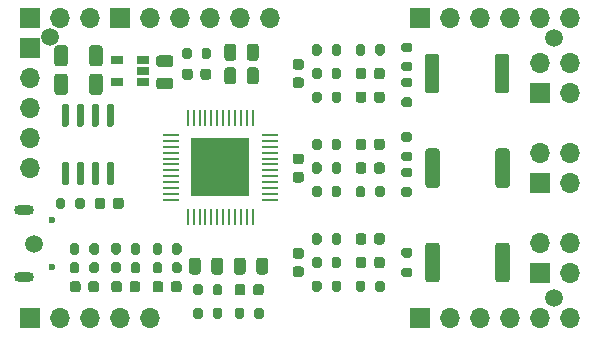
<source format=gbr>
%TF.GenerationSoftware,KiCad,Pcbnew,(5.1.12)-1*%
%TF.CreationDate,2022-04-07T02:34:00+02:00*%
%TF.ProjectId,xESC2,78455343-322e-46b6-9963-61645f706362,rev?*%
%TF.SameCoordinates,Original*%
%TF.FileFunction,Soldermask,Bot*%
%TF.FilePolarity,Negative*%
%FSLAX46Y46*%
G04 Gerber Fmt 4.6, Leading zero omitted, Abs format (unit mm)*
G04 Created by KiCad (PCBNEW (5.1.12)-1) date 2022-04-07 02:34:00*
%MOMM*%
%LPD*%
G01*
G04 APERTURE LIST*
%ADD10C,1.500000*%
%ADD11R,1.060000X0.650000*%
%ADD12O,1.700000X1.700000*%
%ADD13R,1.700000X1.700000*%
%ADD14R,5.003800X5.003800*%
%ADD15R,1.340599X0.279400*%
%ADD16R,0.279400X1.340599*%
%ADD17C,0.600000*%
%ADD18O,1.700000X0.850000*%
G04 APERTURE END LIST*
D10*
%TO.C,FID8*%
X232800000Y-107300000D03*
%TD*%
%TO.C,FID7*%
X275500000Y-107400000D03*
%TD*%
%TO.C,FID6*%
X231400000Y-124800000D03*
%TD*%
%TO.C,FID4*%
X275500000Y-129400000D03*
%TD*%
%TO.C,TH1*%
G36*
G01*
X263275000Y-116175000D02*
X262725000Y-116175000D01*
G75*
G02*
X262525000Y-115975000I0J200000D01*
G01*
X262525000Y-115575000D01*
G75*
G02*
X262725000Y-115375000I200000J0D01*
G01*
X263275000Y-115375000D01*
G75*
G02*
X263475000Y-115575000I0J-200000D01*
G01*
X263475000Y-115975000D01*
G75*
G02*
X263275000Y-116175000I-200000J0D01*
G01*
G37*
G36*
G01*
X263275000Y-117825000D02*
X262725000Y-117825000D01*
G75*
G02*
X262525000Y-117625000I0J200000D01*
G01*
X262525000Y-117225000D01*
G75*
G02*
X262725000Y-117025000I200000J0D01*
G01*
X263275000Y-117025000D01*
G75*
G02*
X263475000Y-117225000I0J-200000D01*
G01*
X263475000Y-117625000D01*
G75*
G02*
X263275000Y-117825000I-200000J0D01*
G01*
G37*
%TD*%
%TO.C,R41*%
G36*
G01*
X263275000Y-111575000D02*
X262725000Y-111575000D01*
G75*
G02*
X262525000Y-111375000I0J200000D01*
G01*
X262525000Y-110975000D01*
G75*
G02*
X262725000Y-110775000I200000J0D01*
G01*
X263275000Y-110775000D01*
G75*
G02*
X263475000Y-110975000I0J-200000D01*
G01*
X263475000Y-111375000D01*
G75*
G02*
X263275000Y-111575000I-200000J0D01*
G01*
G37*
G36*
G01*
X263275000Y-113225000D02*
X262725000Y-113225000D01*
G75*
G02*
X262525000Y-113025000I0J200000D01*
G01*
X262525000Y-112625000D01*
G75*
G02*
X262725000Y-112425000I200000J0D01*
G01*
X263275000Y-112425000D01*
G75*
G02*
X263475000Y-112625000I0J-200000D01*
G01*
X263475000Y-113025000D01*
G75*
G02*
X263275000Y-113225000I-200000J0D01*
G01*
G37*
%TD*%
%TO.C,C24*%
G36*
G01*
X260225000Y-124650000D02*
X260225000Y-124150000D01*
G75*
G02*
X260450000Y-123925000I225000J0D01*
G01*
X260900000Y-123925000D01*
G75*
G02*
X261125000Y-124150000I0J-225000D01*
G01*
X261125000Y-124650000D01*
G75*
G02*
X260900000Y-124875000I-225000J0D01*
G01*
X260450000Y-124875000D01*
G75*
G02*
X260225000Y-124650000I0J225000D01*
G01*
G37*
G36*
G01*
X258675000Y-124650000D02*
X258675000Y-124150000D01*
G75*
G02*
X258900000Y-123925000I225000J0D01*
G01*
X259350000Y-123925000D01*
G75*
G02*
X259575000Y-124150000I0J-225000D01*
G01*
X259575000Y-124650000D01*
G75*
G02*
X259350000Y-124875000I-225000J0D01*
G01*
X258900000Y-124875000D01*
G75*
G02*
X258675000Y-124650000I0J225000D01*
G01*
G37*
%TD*%
D11*
%TO.C,U2*%
X238500000Y-109250000D03*
X238500000Y-111150000D03*
X240700000Y-111150000D03*
X240700000Y-110200000D03*
X240700000Y-109250000D03*
%TD*%
D12*
%TO.C,J10*%
X276780000Y-131100000D03*
X274240000Y-131100000D03*
X271700000Y-131100000D03*
X269160000Y-131100000D03*
X266620000Y-131100000D03*
D13*
X264080000Y-131100000D03*
%TD*%
D12*
%TO.C,J9*%
X276780000Y-105700000D03*
X274240000Y-105700000D03*
X271700000Y-105700000D03*
X269160000Y-105700000D03*
X266620000Y-105700000D03*
D13*
X264080000Y-105700000D03*
%TD*%
D12*
%TO.C,J8*%
X276780000Y-109510000D03*
X274240000Y-109510000D03*
X276780000Y-112050000D03*
D13*
X274240000Y-112050000D03*
%TD*%
D12*
%TO.C,J7*%
X276780000Y-117130000D03*
X274240000Y-117130000D03*
X276780000Y-119670000D03*
D13*
X274240000Y-119670000D03*
%TD*%
D12*
%TO.C,J6*%
X276780000Y-124750000D03*
X274240000Y-124750000D03*
X276780000Y-127290000D03*
D13*
X274240000Y-127290000D03*
%TD*%
D14*
%TO.C,U1*%
X247200000Y-118350000D03*
D15*
X251375501Y-121100000D03*
X251375501Y-120600001D03*
X251375501Y-120099999D03*
X251375501Y-119600000D03*
X251375501Y-119100001D03*
X251375501Y-118600000D03*
X251375501Y-118100000D03*
X251375501Y-117599999D03*
X251375501Y-117100000D03*
X251375501Y-116600001D03*
X251375501Y-116099999D03*
X251375501Y-115600000D03*
D16*
X249950000Y-114174499D03*
X249450001Y-114174499D03*
X248949999Y-114174499D03*
X248450000Y-114174499D03*
X247950001Y-114174499D03*
X247450000Y-114174499D03*
X246950000Y-114174499D03*
X246449999Y-114174499D03*
X245950000Y-114174499D03*
X245450001Y-114174499D03*
X244949999Y-114174499D03*
X244450000Y-114174499D03*
D15*
X243024499Y-115600000D03*
X243024499Y-116099999D03*
X243024499Y-116600001D03*
X243024499Y-117100000D03*
X243024499Y-117599999D03*
X243024499Y-118100000D03*
X243024499Y-118600000D03*
X243024499Y-119100001D03*
X243024499Y-119600000D03*
X243024499Y-120099999D03*
X243024499Y-120600001D03*
X243024499Y-121100000D03*
D16*
X244450000Y-122525501D03*
X244949999Y-122525501D03*
X245450001Y-122525501D03*
X245950000Y-122525501D03*
X246449999Y-122525501D03*
X246950000Y-122525501D03*
X247450000Y-122525501D03*
X247950001Y-122525501D03*
X248450000Y-122525501D03*
X248949999Y-122525501D03*
X249450001Y-122525501D03*
X249950000Y-122525501D03*
%TD*%
%TO.C,U5*%
G36*
G01*
X238055000Y-114900000D02*
X237755000Y-114900000D01*
G75*
G02*
X237605000Y-114750000I0J150000D01*
G01*
X237605000Y-113100000D01*
G75*
G02*
X237755000Y-112950000I150000J0D01*
G01*
X238055000Y-112950000D01*
G75*
G02*
X238205000Y-113100000I0J-150000D01*
G01*
X238205000Y-114750000D01*
G75*
G02*
X238055000Y-114900000I-150000J0D01*
G01*
G37*
G36*
G01*
X236785000Y-114900000D02*
X236485000Y-114900000D01*
G75*
G02*
X236335000Y-114750000I0J150000D01*
G01*
X236335000Y-113100000D01*
G75*
G02*
X236485000Y-112950000I150000J0D01*
G01*
X236785000Y-112950000D01*
G75*
G02*
X236935000Y-113100000I0J-150000D01*
G01*
X236935000Y-114750000D01*
G75*
G02*
X236785000Y-114900000I-150000J0D01*
G01*
G37*
G36*
G01*
X235515000Y-114900000D02*
X235215000Y-114900000D01*
G75*
G02*
X235065000Y-114750000I0J150000D01*
G01*
X235065000Y-113100000D01*
G75*
G02*
X235215000Y-112950000I150000J0D01*
G01*
X235515000Y-112950000D01*
G75*
G02*
X235665000Y-113100000I0J-150000D01*
G01*
X235665000Y-114750000D01*
G75*
G02*
X235515000Y-114900000I-150000J0D01*
G01*
G37*
G36*
G01*
X234245000Y-114900000D02*
X233945000Y-114900000D01*
G75*
G02*
X233795000Y-114750000I0J150000D01*
G01*
X233795000Y-113100000D01*
G75*
G02*
X233945000Y-112950000I150000J0D01*
G01*
X234245000Y-112950000D01*
G75*
G02*
X234395000Y-113100000I0J-150000D01*
G01*
X234395000Y-114750000D01*
G75*
G02*
X234245000Y-114900000I-150000J0D01*
G01*
G37*
G36*
G01*
X234245000Y-119850000D02*
X233945000Y-119850000D01*
G75*
G02*
X233795000Y-119700000I0J150000D01*
G01*
X233795000Y-118050000D01*
G75*
G02*
X233945000Y-117900000I150000J0D01*
G01*
X234245000Y-117900000D01*
G75*
G02*
X234395000Y-118050000I0J-150000D01*
G01*
X234395000Y-119700000D01*
G75*
G02*
X234245000Y-119850000I-150000J0D01*
G01*
G37*
G36*
G01*
X235515000Y-119850000D02*
X235215000Y-119850000D01*
G75*
G02*
X235065000Y-119700000I0J150000D01*
G01*
X235065000Y-118050000D01*
G75*
G02*
X235215000Y-117900000I150000J0D01*
G01*
X235515000Y-117900000D01*
G75*
G02*
X235665000Y-118050000I0J-150000D01*
G01*
X235665000Y-119700000D01*
G75*
G02*
X235515000Y-119850000I-150000J0D01*
G01*
G37*
G36*
G01*
X236785000Y-119850000D02*
X236485000Y-119850000D01*
G75*
G02*
X236335000Y-119700000I0J150000D01*
G01*
X236335000Y-118050000D01*
G75*
G02*
X236485000Y-117900000I150000J0D01*
G01*
X236785000Y-117900000D01*
G75*
G02*
X236935000Y-118050000I0J-150000D01*
G01*
X236935000Y-119700000D01*
G75*
G02*
X236785000Y-119850000I-150000J0D01*
G01*
G37*
G36*
G01*
X238055000Y-119850000D02*
X237755000Y-119850000D01*
G75*
G02*
X237605000Y-119700000I0J150000D01*
G01*
X237605000Y-118050000D01*
G75*
G02*
X237755000Y-117900000I150000J0D01*
G01*
X238055000Y-117900000D01*
G75*
G02*
X238205000Y-118050000I0J-150000D01*
G01*
X238205000Y-119700000D01*
G75*
G02*
X238055000Y-119850000I-150000J0D01*
G01*
G37*
%TD*%
%TO.C,R36*%
G36*
G01*
X234075000Y-121125000D02*
X234075000Y-121675000D01*
G75*
G02*
X233875000Y-121875000I-200000J0D01*
G01*
X233475000Y-121875000D01*
G75*
G02*
X233275000Y-121675000I0J200000D01*
G01*
X233275000Y-121125000D01*
G75*
G02*
X233475000Y-120925000I200000J0D01*
G01*
X233875000Y-120925000D01*
G75*
G02*
X234075000Y-121125000I0J-200000D01*
G01*
G37*
G36*
G01*
X235725000Y-121125000D02*
X235725000Y-121675000D01*
G75*
G02*
X235525000Y-121875000I-200000J0D01*
G01*
X235125000Y-121875000D01*
G75*
G02*
X234925000Y-121675000I0J200000D01*
G01*
X234925000Y-121125000D01*
G75*
G02*
X235125000Y-120925000I200000J0D01*
G01*
X235525000Y-120925000D01*
G75*
G02*
X235725000Y-121125000I0J-200000D01*
G01*
G37*
%TD*%
D12*
%TO.C,J5*%
X236140000Y-105700000D03*
X233600000Y-105700000D03*
D13*
X231060000Y-105700000D03*
%TD*%
D12*
%TO.C,J4*%
X241220000Y-131100000D03*
X238680000Y-131100000D03*
X236140000Y-131100000D03*
X233600000Y-131100000D03*
D13*
X231060000Y-131100000D03*
%TD*%
D12*
%TO.C,J3*%
X231060000Y-118400000D03*
X231060000Y-115860000D03*
X231060000Y-113320000D03*
X231060000Y-110780000D03*
D13*
X231060000Y-108240000D03*
%TD*%
D17*
%TO.C,J2*%
X232950000Y-126800000D03*
X232950000Y-122800000D03*
D18*
X230600000Y-127625000D03*
X230600000Y-121975000D03*
%TD*%
D12*
%TO.C,J1*%
X251380000Y-105700000D03*
X248840000Y-105700000D03*
X246300000Y-105700000D03*
X243760000Y-105700000D03*
X241220000Y-105700000D03*
D13*
X238680000Y-105700000D03*
%TD*%
%TO.C,R29*%
G36*
G01*
X245625000Y-108975000D02*
X245625000Y-108425000D01*
G75*
G02*
X245825000Y-108225000I200000J0D01*
G01*
X246225000Y-108225000D01*
G75*
G02*
X246425000Y-108425000I0J-200000D01*
G01*
X246425000Y-108975000D01*
G75*
G02*
X246225000Y-109175000I-200000J0D01*
G01*
X245825000Y-109175000D01*
G75*
G02*
X245625000Y-108975000I0J200000D01*
G01*
G37*
G36*
G01*
X243975000Y-108975000D02*
X243975000Y-108425000D01*
G75*
G02*
X244175000Y-108225000I200000J0D01*
G01*
X244575000Y-108225000D01*
G75*
G02*
X244775000Y-108425000I0J-200000D01*
G01*
X244775000Y-108975000D01*
G75*
G02*
X244575000Y-109175000I-200000J0D01*
G01*
X244175000Y-109175000D01*
G75*
G02*
X243975000Y-108975000I0J200000D01*
G01*
G37*
%TD*%
%TO.C,R28*%
G36*
G01*
X259475000Y-108125000D02*
X259475000Y-108675000D01*
G75*
G02*
X259275000Y-108875000I-200000J0D01*
G01*
X258875000Y-108875000D01*
G75*
G02*
X258675000Y-108675000I0J200000D01*
G01*
X258675000Y-108125000D01*
G75*
G02*
X258875000Y-107925000I200000J0D01*
G01*
X259275000Y-107925000D01*
G75*
G02*
X259475000Y-108125000I0J-200000D01*
G01*
G37*
G36*
G01*
X261125000Y-108125000D02*
X261125000Y-108675000D01*
G75*
G02*
X260925000Y-108875000I-200000J0D01*
G01*
X260525000Y-108875000D01*
G75*
G02*
X260325000Y-108675000I0J200000D01*
G01*
X260325000Y-108125000D01*
G75*
G02*
X260525000Y-107925000I200000J0D01*
G01*
X260925000Y-107925000D01*
G75*
G02*
X261125000Y-108125000I0J-200000D01*
G01*
G37*
%TD*%
%TO.C,R27*%
G36*
G01*
X263275000Y-108575000D02*
X262725000Y-108575000D01*
G75*
G02*
X262525000Y-108375000I0J200000D01*
G01*
X262525000Y-107975000D01*
G75*
G02*
X262725000Y-107775000I200000J0D01*
G01*
X263275000Y-107775000D01*
G75*
G02*
X263475000Y-107975000I0J-200000D01*
G01*
X263475000Y-108375000D01*
G75*
G02*
X263275000Y-108575000I-200000J0D01*
G01*
G37*
G36*
G01*
X263275000Y-110225000D02*
X262725000Y-110225000D01*
G75*
G02*
X262525000Y-110025000I0J200000D01*
G01*
X262525000Y-109625000D01*
G75*
G02*
X262725000Y-109425000I200000J0D01*
G01*
X263275000Y-109425000D01*
G75*
G02*
X263475000Y-109625000I0J-200000D01*
G01*
X263475000Y-110025000D01*
G75*
G02*
X263275000Y-110225000I-200000J0D01*
G01*
G37*
%TD*%
%TO.C,R26*%
G36*
G01*
X259475000Y-120125000D02*
X259475000Y-120675000D01*
G75*
G02*
X259275000Y-120875000I-200000J0D01*
G01*
X258875000Y-120875000D01*
G75*
G02*
X258675000Y-120675000I0J200000D01*
G01*
X258675000Y-120125000D01*
G75*
G02*
X258875000Y-119925000I200000J0D01*
G01*
X259275000Y-119925000D01*
G75*
G02*
X259475000Y-120125000I0J-200000D01*
G01*
G37*
G36*
G01*
X261125000Y-120125000D02*
X261125000Y-120675000D01*
G75*
G02*
X260925000Y-120875000I-200000J0D01*
G01*
X260525000Y-120875000D01*
G75*
G02*
X260325000Y-120675000I0J200000D01*
G01*
X260325000Y-120125000D01*
G75*
G02*
X260525000Y-119925000I200000J0D01*
G01*
X260925000Y-119925000D01*
G75*
G02*
X261125000Y-120125000I0J-200000D01*
G01*
G37*
%TD*%
%TO.C,R25*%
G36*
G01*
X262725000Y-120025000D02*
X263275000Y-120025000D01*
G75*
G02*
X263475000Y-120225000I0J-200000D01*
G01*
X263475000Y-120625000D01*
G75*
G02*
X263275000Y-120825000I-200000J0D01*
G01*
X262725000Y-120825000D01*
G75*
G02*
X262525000Y-120625000I0J200000D01*
G01*
X262525000Y-120225000D01*
G75*
G02*
X262725000Y-120025000I200000J0D01*
G01*
G37*
G36*
G01*
X262725000Y-118375000D02*
X263275000Y-118375000D01*
G75*
G02*
X263475000Y-118575000I0J-200000D01*
G01*
X263475000Y-118975000D01*
G75*
G02*
X263275000Y-119175000I-200000J0D01*
G01*
X262725000Y-119175000D01*
G75*
G02*
X262525000Y-118975000I0J200000D01*
G01*
X262525000Y-118575000D01*
G75*
G02*
X262725000Y-118375000I200000J0D01*
G01*
G37*
%TD*%
%TO.C,R24*%
G36*
G01*
X259475000Y-128125000D02*
X259475000Y-128675000D01*
G75*
G02*
X259275000Y-128875000I-200000J0D01*
G01*
X258875000Y-128875000D01*
G75*
G02*
X258675000Y-128675000I0J200000D01*
G01*
X258675000Y-128125000D01*
G75*
G02*
X258875000Y-127925000I200000J0D01*
G01*
X259275000Y-127925000D01*
G75*
G02*
X259475000Y-128125000I0J-200000D01*
G01*
G37*
G36*
G01*
X261125000Y-128125000D02*
X261125000Y-128675000D01*
G75*
G02*
X260925000Y-128875000I-200000J0D01*
G01*
X260525000Y-128875000D01*
G75*
G02*
X260325000Y-128675000I0J200000D01*
G01*
X260325000Y-128125000D01*
G75*
G02*
X260525000Y-127925000I200000J0D01*
G01*
X260925000Y-127925000D01*
G75*
G02*
X261125000Y-128125000I0J-200000D01*
G01*
G37*
%TD*%
%TO.C,R23*%
G36*
G01*
X262725000Y-126825000D02*
X263275000Y-126825000D01*
G75*
G02*
X263475000Y-127025000I0J-200000D01*
G01*
X263475000Y-127425000D01*
G75*
G02*
X263275000Y-127625000I-200000J0D01*
G01*
X262725000Y-127625000D01*
G75*
G02*
X262525000Y-127425000I0J200000D01*
G01*
X262525000Y-127025000D01*
G75*
G02*
X262725000Y-126825000I200000J0D01*
G01*
G37*
G36*
G01*
X262725000Y-125175000D02*
X263275000Y-125175000D01*
G75*
G02*
X263475000Y-125375000I0J-200000D01*
G01*
X263475000Y-125775000D01*
G75*
G02*
X263275000Y-125975000I-200000J0D01*
G01*
X262725000Y-125975000D01*
G75*
G02*
X262525000Y-125775000I0J200000D01*
G01*
X262525000Y-125375000D01*
G75*
G02*
X262725000Y-125175000I200000J0D01*
G01*
G37*
%TD*%
%TO.C,R22*%
G36*
G01*
X235275000Y-126575000D02*
X235275000Y-127125000D01*
G75*
G02*
X235075000Y-127325000I-200000J0D01*
G01*
X234675000Y-127325000D01*
G75*
G02*
X234475000Y-127125000I0J200000D01*
G01*
X234475000Y-126575000D01*
G75*
G02*
X234675000Y-126375000I200000J0D01*
G01*
X235075000Y-126375000D01*
G75*
G02*
X235275000Y-126575000I0J-200000D01*
G01*
G37*
G36*
G01*
X236925000Y-126575000D02*
X236925000Y-127125000D01*
G75*
G02*
X236725000Y-127325000I-200000J0D01*
G01*
X236325000Y-127325000D01*
G75*
G02*
X236125000Y-127125000I0J200000D01*
G01*
X236125000Y-126575000D01*
G75*
G02*
X236325000Y-126375000I200000J0D01*
G01*
X236725000Y-126375000D01*
G75*
G02*
X236925000Y-126575000I0J-200000D01*
G01*
G37*
%TD*%
%TO.C,R21*%
G36*
G01*
X236125000Y-125525000D02*
X236125000Y-124975000D01*
G75*
G02*
X236325000Y-124775000I200000J0D01*
G01*
X236725000Y-124775000D01*
G75*
G02*
X236925000Y-124975000I0J-200000D01*
G01*
X236925000Y-125525000D01*
G75*
G02*
X236725000Y-125725000I-200000J0D01*
G01*
X236325000Y-125725000D01*
G75*
G02*
X236125000Y-125525000I0J200000D01*
G01*
G37*
G36*
G01*
X234475000Y-125525000D02*
X234475000Y-124975000D01*
G75*
G02*
X234675000Y-124775000I200000J0D01*
G01*
X235075000Y-124775000D01*
G75*
G02*
X235275000Y-124975000I0J-200000D01*
G01*
X235275000Y-125525000D01*
G75*
G02*
X235075000Y-125725000I-200000J0D01*
G01*
X234675000Y-125725000D01*
G75*
G02*
X234475000Y-125525000I0J200000D01*
G01*
G37*
%TD*%
%TO.C,R20*%
G36*
G01*
X238775000Y-126575000D02*
X238775000Y-127125000D01*
G75*
G02*
X238575000Y-127325000I-200000J0D01*
G01*
X238175000Y-127325000D01*
G75*
G02*
X237975000Y-127125000I0J200000D01*
G01*
X237975000Y-126575000D01*
G75*
G02*
X238175000Y-126375000I200000J0D01*
G01*
X238575000Y-126375000D01*
G75*
G02*
X238775000Y-126575000I0J-200000D01*
G01*
G37*
G36*
G01*
X240425000Y-126575000D02*
X240425000Y-127125000D01*
G75*
G02*
X240225000Y-127325000I-200000J0D01*
G01*
X239825000Y-127325000D01*
G75*
G02*
X239625000Y-127125000I0J200000D01*
G01*
X239625000Y-126575000D01*
G75*
G02*
X239825000Y-126375000I200000J0D01*
G01*
X240225000Y-126375000D01*
G75*
G02*
X240425000Y-126575000I0J-200000D01*
G01*
G37*
%TD*%
%TO.C,R19*%
G36*
G01*
X239625000Y-125525000D02*
X239625000Y-124975000D01*
G75*
G02*
X239825000Y-124775000I200000J0D01*
G01*
X240225000Y-124775000D01*
G75*
G02*
X240425000Y-124975000I0J-200000D01*
G01*
X240425000Y-125525000D01*
G75*
G02*
X240225000Y-125725000I-200000J0D01*
G01*
X239825000Y-125725000D01*
G75*
G02*
X239625000Y-125525000I0J200000D01*
G01*
G37*
G36*
G01*
X237975000Y-125525000D02*
X237975000Y-124975000D01*
G75*
G02*
X238175000Y-124775000I200000J0D01*
G01*
X238575000Y-124775000D01*
G75*
G02*
X238775000Y-124975000I0J-200000D01*
G01*
X238775000Y-125525000D01*
G75*
G02*
X238575000Y-125725000I-200000J0D01*
G01*
X238175000Y-125725000D01*
G75*
G02*
X237975000Y-125525000I0J200000D01*
G01*
G37*
%TD*%
%TO.C,R18*%
G36*
G01*
X242275000Y-126575000D02*
X242275000Y-127125000D01*
G75*
G02*
X242075000Y-127325000I-200000J0D01*
G01*
X241675000Y-127325000D01*
G75*
G02*
X241475000Y-127125000I0J200000D01*
G01*
X241475000Y-126575000D01*
G75*
G02*
X241675000Y-126375000I200000J0D01*
G01*
X242075000Y-126375000D01*
G75*
G02*
X242275000Y-126575000I0J-200000D01*
G01*
G37*
G36*
G01*
X243925000Y-126575000D02*
X243925000Y-127125000D01*
G75*
G02*
X243725000Y-127325000I-200000J0D01*
G01*
X243325000Y-127325000D01*
G75*
G02*
X243125000Y-127125000I0J200000D01*
G01*
X243125000Y-126575000D01*
G75*
G02*
X243325000Y-126375000I200000J0D01*
G01*
X243725000Y-126375000D01*
G75*
G02*
X243925000Y-126575000I0J-200000D01*
G01*
G37*
%TD*%
%TO.C,R17*%
G36*
G01*
X243125000Y-125525000D02*
X243125000Y-124975000D01*
G75*
G02*
X243325000Y-124775000I200000J0D01*
G01*
X243725000Y-124775000D01*
G75*
G02*
X243925000Y-124975000I0J-200000D01*
G01*
X243925000Y-125525000D01*
G75*
G02*
X243725000Y-125725000I-200000J0D01*
G01*
X243325000Y-125725000D01*
G75*
G02*
X243125000Y-125525000I0J200000D01*
G01*
G37*
G36*
G01*
X241475000Y-125525000D02*
X241475000Y-124975000D01*
G75*
G02*
X241675000Y-124775000I200000J0D01*
G01*
X242075000Y-124775000D01*
G75*
G02*
X242275000Y-124975000I0J-200000D01*
G01*
X242275000Y-125525000D01*
G75*
G02*
X242075000Y-125725000I-200000J0D01*
G01*
X241675000Y-125725000D01*
G75*
G02*
X241475000Y-125525000I0J200000D01*
G01*
G37*
%TD*%
%TO.C,C31*%
G36*
G01*
X259575000Y-110150000D02*
X259575000Y-110650000D01*
G75*
G02*
X259350000Y-110875000I-225000J0D01*
G01*
X258900000Y-110875000D01*
G75*
G02*
X258675000Y-110650000I0J225000D01*
G01*
X258675000Y-110150000D01*
G75*
G02*
X258900000Y-109925000I225000J0D01*
G01*
X259350000Y-109925000D01*
G75*
G02*
X259575000Y-110150000I0J-225000D01*
G01*
G37*
G36*
G01*
X261125000Y-110150000D02*
X261125000Y-110650000D01*
G75*
G02*
X260900000Y-110875000I-225000J0D01*
G01*
X260450000Y-110875000D01*
G75*
G02*
X260225000Y-110650000I0J225000D01*
G01*
X260225000Y-110150000D01*
G75*
G02*
X260450000Y-109925000I225000J0D01*
G01*
X260900000Y-109925000D01*
G75*
G02*
X261125000Y-110150000I0J-225000D01*
G01*
G37*
%TD*%
%TO.C,C30*%
G36*
G01*
X259575000Y-118150000D02*
X259575000Y-118650000D01*
G75*
G02*
X259350000Y-118875000I-225000J0D01*
G01*
X258900000Y-118875000D01*
G75*
G02*
X258675000Y-118650000I0J225000D01*
G01*
X258675000Y-118150000D01*
G75*
G02*
X258900000Y-117925000I225000J0D01*
G01*
X259350000Y-117925000D01*
G75*
G02*
X259575000Y-118150000I0J-225000D01*
G01*
G37*
G36*
G01*
X261125000Y-118150000D02*
X261125000Y-118650000D01*
G75*
G02*
X260900000Y-118875000I-225000J0D01*
G01*
X260450000Y-118875000D01*
G75*
G02*
X260225000Y-118650000I0J225000D01*
G01*
X260225000Y-118150000D01*
G75*
G02*
X260450000Y-117925000I225000J0D01*
G01*
X260900000Y-117925000D01*
G75*
G02*
X261125000Y-118150000I0J-225000D01*
G01*
G37*
%TD*%
%TO.C,C29*%
G36*
G01*
X259575000Y-126150000D02*
X259575000Y-126650000D01*
G75*
G02*
X259350000Y-126875000I-225000J0D01*
G01*
X258900000Y-126875000D01*
G75*
G02*
X258675000Y-126650000I0J225000D01*
G01*
X258675000Y-126150000D01*
G75*
G02*
X258900000Y-125925000I225000J0D01*
G01*
X259350000Y-125925000D01*
G75*
G02*
X259575000Y-126150000I0J-225000D01*
G01*
G37*
G36*
G01*
X261125000Y-126150000D02*
X261125000Y-126650000D01*
G75*
G02*
X260900000Y-126875000I-225000J0D01*
G01*
X260450000Y-126875000D01*
G75*
G02*
X260225000Y-126650000I0J225000D01*
G01*
X260225000Y-126150000D01*
G75*
G02*
X260450000Y-125925000I225000J0D01*
G01*
X260900000Y-125925000D01*
G75*
G02*
X261125000Y-126150000I0J-225000D01*
G01*
G37*
%TD*%
%TO.C,C28*%
G36*
G01*
X235375000Y-128200000D02*
X235375000Y-128700000D01*
G75*
G02*
X235150000Y-128925000I-225000J0D01*
G01*
X234700000Y-128925000D01*
G75*
G02*
X234475000Y-128700000I0J225000D01*
G01*
X234475000Y-128200000D01*
G75*
G02*
X234700000Y-127975000I225000J0D01*
G01*
X235150000Y-127975000D01*
G75*
G02*
X235375000Y-128200000I0J-225000D01*
G01*
G37*
G36*
G01*
X236925000Y-128200000D02*
X236925000Y-128700000D01*
G75*
G02*
X236700000Y-128925000I-225000J0D01*
G01*
X236250000Y-128925000D01*
G75*
G02*
X236025000Y-128700000I0J225000D01*
G01*
X236025000Y-128200000D01*
G75*
G02*
X236250000Y-127975000I225000J0D01*
G01*
X236700000Y-127975000D01*
G75*
G02*
X236925000Y-128200000I0J-225000D01*
G01*
G37*
%TD*%
%TO.C,C27*%
G36*
G01*
X238875000Y-128200000D02*
X238875000Y-128700000D01*
G75*
G02*
X238650000Y-128925000I-225000J0D01*
G01*
X238200000Y-128925000D01*
G75*
G02*
X237975000Y-128700000I0J225000D01*
G01*
X237975000Y-128200000D01*
G75*
G02*
X238200000Y-127975000I225000J0D01*
G01*
X238650000Y-127975000D01*
G75*
G02*
X238875000Y-128200000I0J-225000D01*
G01*
G37*
G36*
G01*
X240425000Y-128200000D02*
X240425000Y-128700000D01*
G75*
G02*
X240200000Y-128925000I-225000J0D01*
G01*
X239750000Y-128925000D01*
G75*
G02*
X239525000Y-128700000I0J225000D01*
G01*
X239525000Y-128200000D01*
G75*
G02*
X239750000Y-127975000I225000J0D01*
G01*
X240200000Y-127975000D01*
G75*
G02*
X240425000Y-128200000I0J-225000D01*
G01*
G37*
%TD*%
%TO.C,C15*%
G36*
G01*
X242375000Y-128200000D02*
X242375000Y-128700000D01*
G75*
G02*
X242150000Y-128925000I-225000J0D01*
G01*
X241700000Y-128925000D01*
G75*
G02*
X241475000Y-128700000I0J225000D01*
G01*
X241475000Y-128200000D01*
G75*
G02*
X241700000Y-127975000I225000J0D01*
G01*
X242150000Y-127975000D01*
G75*
G02*
X242375000Y-128200000I0J-225000D01*
G01*
G37*
G36*
G01*
X243925000Y-128200000D02*
X243925000Y-128700000D01*
G75*
G02*
X243700000Y-128925000I-225000J0D01*
G01*
X243250000Y-128925000D01*
G75*
G02*
X243025000Y-128700000I0J225000D01*
G01*
X243025000Y-128200000D01*
G75*
G02*
X243250000Y-127975000I225000J0D01*
G01*
X243700000Y-127975000D01*
G75*
G02*
X243925000Y-128200000I0J-225000D01*
G01*
G37*
%TD*%
%TO.C,C21*%
G36*
G01*
X234300000Y-108249999D02*
X234300000Y-109550001D01*
G75*
G02*
X234050001Y-109800000I-249999J0D01*
G01*
X233399999Y-109800000D01*
G75*
G02*
X233150000Y-109550001I0J249999D01*
G01*
X233150000Y-108249999D01*
G75*
G02*
X233399999Y-108000000I249999J0D01*
G01*
X234050001Y-108000000D01*
G75*
G02*
X234300000Y-108249999I0J-249999D01*
G01*
G37*
G36*
G01*
X237250000Y-108249999D02*
X237250000Y-109550001D01*
G75*
G02*
X237000001Y-109800000I-249999J0D01*
G01*
X236349999Y-109800000D01*
G75*
G02*
X236100000Y-109550001I0J249999D01*
G01*
X236100000Y-108249999D01*
G75*
G02*
X236349999Y-108000000I249999J0D01*
G01*
X237000001Y-108000000D01*
G75*
G02*
X237250000Y-108249999I0J-249999D01*
G01*
G37*
%TD*%
%TO.C,C20*%
G36*
G01*
X234300000Y-110649999D02*
X234300000Y-111950001D01*
G75*
G02*
X234050001Y-112200000I-249999J0D01*
G01*
X233399999Y-112200000D01*
G75*
G02*
X233150000Y-111950001I0J249999D01*
G01*
X233150000Y-110649999D01*
G75*
G02*
X233399999Y-110400000I249999J0D01*
G01*
X234050001Y-110400000D01*
G75*
G02*
X234300000Y-110649999I0J-249999D01*
G01*
G37*
G36*
G01*
X237250000Y-110649999D02*
X237250000Y-111950001D01*
G75*
G02*
X237000001Y-112200000I-249999J0D01*
G01*
X236349999Y-112200000D01*
G75*
G02*
X236100000Y-111950001I0J249999D01*
G01*
X236100000Y-110649999D01*
G75*
G02*
X236349999Y-110400000I249999J0D01*
G01*
X237000001Y-110400000D01*
G75*
G02*
X237250000Y-110649999I0J-249999D01*
G01*
G37*
%TD*%
%TO.C,R15*%
G36*
G01*
X246575000Y-130975000D02*
X246575000Y-130425000D01*
G75*
G02*
X246775000Y-130225000I200000J0D01*
G01*
X247175000Y-130225000D01*
G75*
G02*
X247375000Y-130425000I0J-200000D01*
G01*
X247375000Y-130975000D01*
G75*
G02*
X247175000Y-131175000I-200000J0D01*
G01*
X246775000Y-131175000D01*
G75*
G02*
X246575000Y-130975000I0J200000D01*
G01*
G37*
G36*
G01*
X244925000Y-130975000D02*
X244925000Y-130425000D01*
G75*
G02*
X245125000Y-130225000I200000J0D01*
G01*
X245525000Y-130225000D01*
G75*
G02*
X245725000Y-130425000I0J-200000D01*
G01*
X245725000Y-130975000D01*
G75*
G02*
X245525000Y-131175000I-200000J0D01*
G01*
X245125000Y-131175000D01*
G75*
G02*
X244925000Y-130975000I0J200000D01*
G01*
G37*
%TD*%
%TO.C,R14*%
G36*
G01*
X250075000Y-130975000D02*
X250075000Y-130425000D01*
G75*
G02*
X250275000Y-130225000I200000J0D01*
G01*
X250675000Y-130225000D01*
G75*
G02*
X250875000Y-130425000I0J-200000D01*
G01*
X250875000Y-130975000D01*
G75*
G02*
X250675000Y-131175000I-200000J0D01*
G01*
X250275000Y-131175000D01*
G75*
G02*
X250075000Y-130975000I0J200000D01*
G01*
G37*
G36*
G01*
X248425000Y-130975000D02*
X248425000Y-130425000D01*
G75*
G02*
X248625000Y-130225000I200000J0D01*
G01*
X249025000Y-130225000D01*
G75*
G02*
X249225000Y-130425000I0J-200000D01*
G01*
X249225000Y-130975000D01*
G75*
G02*
X249025000Y-131175000I-200000J0D01*
G01*
X248625000Y-131175000D01*
G75*
G02*
X248425000Y-130975000I0J200000D01*
G01*
G37*
%TD*%
%TO.C,R13*%
G36*
G01*
X246575000Y-128975000D02*
X246575000Y-128425000D01*
G75*
G02*
X246775000Y-128225000I200000J0D01*
G01*
X247175000Y-128225000D01*
G75*
G02*
X247375000Y-128425000I0J-200000D01*
G01*
X247375000Y-128975000D01*
G75*
G02*
X247175000Y-129175000I-200000J0D01*
G01*
X246775000Y-129175000D01*
G75*
G02*
X246575000Y-128975000I0J200000D01*
G01*
G37*
G36*
G01*
X244925000Y-128975000D02*
X244925000Y-128425000D01*
G75*
G02*
X245125000Y-128225000I200000J0D01*
G01*
X245525000Y-128225000D01*
G75*
G02*
X245725000Y-128425000I0J-200000D01*
G01*
X245725000Y-128975000D01*
G75*
G02*
X245525000Y-129175000I-200000J0D01*
G01*
X245125000Y-129175000D01*
G75*
G02*
X244925000Y-128975000I0J200000D01*
G01*
G37*
%TD*%
%TO.C,R12*%
G36*
G01*
X255775000Y-112125000D02*
X255775000Y-112675000D01*
G75*
G02*
X255575000Y-112875000I-200000J0D01*
G01*
X255175000Y-112875000D01*
G75*
G02*
X254975000Y-112675000I0J200000D01*
G01*
X254975000Y-112125000D01*
G75*
G02*
X255175000Y-111925000I200000J0D01*
G01*
X255575000Y-111925000D01*
G75*
G02*
X255775000Y-112125000I0J-200000D01*
G01*
G37*
G36*
G01*
X257425000Y-112125000D02*
X257425000Y-112675000D01*
G75*
G02*
X257225000Y-112875000I-200000J0D01*
G01*
X256825000Y-112875000D01*
G75*
G02*
X256625000Y-112675000I0J200000D01*
G01*
X256625000Y-112125000D01*
G75*
G02*
X256825000Y-111925000I200000J0D01*
G01*
X257225000Y-111925000D01*
G75*
G02*
X257425000Y-112125000I0J-200000D01*
G01*
G37*
%TD*%
%TO.C,R11*%
G36*
G01*
X265750000Y-108974999D02*
X265750000Y-111825001D01*
G75*
G02*
X265500001Y-112075000I-249999J0D01*
G01*
X264774999Y-112075000D01*
G75*
G02*
X264525000Y-111825001I0J249999D01*
G01*
X264525000Y-108974999D01*
G75*
G02*
X264774999Y-108725000I249999J0D01*
G01*
X265500001Y-108725000D01*
G75*
G02*
X265750000Y-108974999I0J-249999D01*
G01*
G37*
G36*
G01*
X271675000Y-108974999D02*
X271675000Y-111825001D01*
G75*
G02*
X271425001Y-112075000I-249999J0D01*
G01*
X270699999Y-112075000D01*
G75*
G02*
X270450000Y-111825001I0J249999D01*
G01*
X270450000Y-108974999D01*
G75*
G02*
X270699999Y-108725000I249999J0D01*
G01*
X271425001Y-108725000D01*
G75*
G02*
X271675000Y-108974999I0J-249999D01*
G01*
G37*
%TD*%
%TO.C,R10*%
G36*
G01*
X255775000Y-108125000D02*
X255775000Y-108675000D01*
G75*
G02*
X255575000Y-108875000I-200000J0D01*
G01*
X255175000Y-108875000D01*
G75*
G02*
X254975000Y-108675000I0J200000D01*
G01*
X254975000Y-108125000D01*
G75*
G02*
X255175000Y-107925000I200000J0D01*
G01*
X255575000Y-107925000D01*
G75*
G02*
X255775000Y-108125000I0J-200000D01*
G01*
G37*
G36*
G01*
X257425000Y-108125000D02*
X257425000Y-108675000D01*
G75*
G02*
X257225000Y-108875000I-200000J0D01*
G01*
X256825000Y-108875000D01*
G75*
G02*
X256625000Y-108675000I0J200000D01*
G01*
X256625000Y-108125000D01*
G75*
G02*
X256825000Y-107925000I200000J0D01*
G01*
X257225000Y-107925000D01*
G75*
G02*
X257425000Y-108125000I0J-200000D01*
G01*
G37*
%TD*%
%TO.C,R9*%
G36*
G01*
X255775000Y-110125000D02*
X255775000Y-110675000D01*
G75*
G02*
X255575000Y-110875000I-200000J0D01*
G01*
X255175000Y-110875000D01*
G75*
G02*
X254975000Y-110675000I0J200000D01*
G01*
X254975000Y-110125000D01*
G75*
G02*
X255175000Y-109925000I200000J0D01*
G01*
X255575000Y-109925000D01*
G75*
G02*
X255775000Y-110125000I0J-200000D01*
G01*
G37*
G36*
G01*
X257425000Y-110125000D02*
X257425000Y-110675000D01*
G75*
G02*
X257225000Y-110875000I-200000J0D01*
G01*
X256825000Y-110875000D01*
G75*
G02*
X256625000Y-110675000I0J200000D01*
G01*
X256625000Y-110125000D01*
G75*
G02*
X256825000Y-109925000I200000J0D01*
G01*
X257225000Y-109925000D01*
G75*
G02*
X257425000Y-110125000I0J-200000D01*
G01*
G37*
%TD*%
%TO.C,R8*%
G36*
G01*
X255775000Y-116125000D02*
X255775000Y-116675000D01*
G75*
G02*
X255575000Y-116875000I-200000J0D01*
G01*
X255175000Y-116875000D01*
G75*
G02*
X254975000Y-116675000I0J200000D01*
G01*
X254975000Y-116125000D01*
G75*
G02*
X255175000Y-115925000I200000J0D01*
G01*
X255575000Y-115925000D01*
G75*
G02*
X255775000Y-116125000I0J-200000D01*
G01*
G37*
G36*
G01*
X257425000Y-116125000D02*
X257425000Y-116675000D01*
G75*
G02*
X257225000Y-116875000I-200000J0D01*
G01*
X256825000Y-116875000D01*
G75*
G02*
X256625000Y-116675000I0J200000D01*
G01*
X256625000Y-116125000D01*
G75*
G02*
X256825000Y-115925000I200000J0D01*
G01*
X257225000Y-115925000D01*
G75*
G02*
X257425000Y-116125000I0J-200000D01*
G01*
G37*
%TD*%
%TO.C,R7*%
G36*
G01*
X265787500Y-116974999D02*
X265787500Y-119825001D01*
G75*
G02*
X265537501Y-120075000I-249999J0D01*
G01*
X264812499Y-120075000D01*
G75*
G02*
X264562500Y-119825001I0J249999D01*
G01*
X264562500Y-116974999D01*
G75*
G02*
X264812499Y-116725000I249999J0D01*
G01*
X265537501Y-116725000D01*
G75*
G02*
X265787500Y-116974999I0J-249999D01*
G01*
G37*
G36*
G01*
X271712500Y-116974999D02*
X271712500Y-119825001D01*
G75*
G02*
X271462501Y-120075000I-249999J0D01*
G01*
X270737499Y-120075000D01*
G75*
G02*
X270487500Y-119825001I0J249999D01*
G01*
X270487500Y-116974999D01*
G75*
G02*
X270737499Y-116725000I249999J0D01*
G01*
X271462501Y-116725000D01*
G75*
G02*
X271712500Y-116974999I0J-249999D01*
G01*
G37*
%TD*%
%TO.C,R6*%
G36*
G01*
X255775000Y-120125000D02*
X255775000Y-120675000D01*
G75*
G02*
X255575000Y-120875000I-200000J0D01*
G01*
X255175000Y-120875000D01*
G75*
G02*
X254975000Y-120675000I0J200000D01*
G01*
X254975000Y-120125000D01*
G75*
G02*
X255175000Y-119925000I200000J0D01*
G01*
X255575000Y-119925000D01*
G75*
G02*
X255775000Y-120125000I0J-200000D01*
G01*
G37*
G36*
G01*
X257425000Y-120125000D02*
X257425000Y-120675000D01*
G75*
G02*
X257225000Y-120875000I-200000J0D01*
G01*
X256825000Y-120875000D01*
G75*
G02*
X256625000Y-120675000I0J200000D01*
G01*
X256625000Y-120125000D01*
G75*
G02*
X256825000Y-119925000I200000J0D01*
G01*
X257225000Y-119925000D01*
G75*
G02*
X257425000Y-120125000I0J-200000D01*
G01*
G37*
%TD*%
%TO.C,R5*%
G36*
G01*
X255775000Y-118125000D02*
X255775000Y-118675000D01*
G75*
G02*
X255575000Y-118875000I-200000J0D01*
G01*
X255175000Y-118875000D01*
G75*
G02*
X254975000Y-118675000I0J200000D01*
G01*
X254975000Y-118125000D01*
G75*
G02*
X255175000Y-117925000I200000J0D01*
G01*
X255575000Y-117925000D01*
G75*
G02*
X255775000Y-118125000I0J-200000D01*
G01*
G37*
G36*
G01*
X257425000Y-118125000D02*
X257425000Y-118675000D01*
G75*
G02*
X257225000Y-118875000I-200000J0D01*
G01*
X256825000Y-118875000D01*
G75*
G02*
X256625000Y-118675000I0J200000D01*
G01*
X256625000Y-118125000D01*
G75*
G02*
X256825000Y-117925000I200000J0D01*
G01*
X257225000Y-117925000D01*
G75*
G02*
X257425000Y-118125000I0J-200000D01*
G01*
G37*
%TD*%
%TO.C,R4*%
G36*
G01*
X255775000Y-124125000D02*
X255775000Y-124675000D01*
G75*
G02*
X255575000Y-124875000I-200000J0D01*
G01*
X255175000Y-124875000D01*
G75*
G02*
X254975000Y-124675000I0J200000D01*
G01*
X254975000Y-124125000D01*
G75*
G02*
X255175000Y-123925000I200000J0D01*
G01*
X255575000Y-123925000D01*
G75*
G02*
X255775000Y-124125000I0J-200000D01*
G01*
G37*
G36*
G01*
X257425000Y-124125000D02*
X257425000Y-124675000D01*
G75*
G02*
X257225000Y-124875000I-200000J0D01*
G01*
X256825000Y-124875000D01*
G75*
G02*
X256625000Y-124675000I0J200000D01*
G01*
X256625000Y-124125000D01*
G75*
G02*
X256825000Y-123925000I200000J0D01*
G01*
X257225000Y-123925000D01*
G75*
G02*
X257425000Y-124125000I0J-200000D01*
G01*
G37*
%TD*%
%TO.C,R3*%
G36*
G01*
X265787500Y-124974999D02*
X265787500Y-127825001D01*
G75*
G02*
X265537501Y-128075000I-249999J0D01*
G01*
X264812499Y-128075000D01*
G75*
G02*
X264562500Y-127825001I0J249999D01*
G01*
X264562500Y-124974999D01*
G75*
G02*
X264812499Y-124725000I249999J0D01*
G01*
X265537501Y-124725000D01*
G75*
G02*
X265787500Y-124974999I0J-249999D01*
G01*
G37*
G36*
G01*
X271712500Y-124974999D02*
X271712500Y-127825001D01*
G75*
G02*
X271462501Y-128075000I-249999J0D01*
G01*
X270737499Y-128075000D01*
G75*
G02*
X270487500Y-127825001I0J249999D01*
G01*
X270487500Y-124974999D01*
G75*
G02*
X270737499Y-124725000I249999J0D01*
G01*
X271462501Y-124725000D01*
G75*
G02*
X271712500Y-124974999I0J-249999D01*
G01*
G37*
%TD*%
%TO.C,R2*%
G36*
G01*
X255775000Y-128125000D02*
X255775000Y-128675000D01*
G75*
G02*
X255575000Y-128875000I-200000J0D01*
G01*
X255175000Y-128875000D01*
G75*
G02*
X254975000Y-128675000I0J200000D01*
G01*
X254975000Y-128125000D01*
G75*
G02*
X255175000Y-127925000I200000J0D01*
G01*
X255575000Y-127925000D01*
G75*
G02*
X255775000Y-128125000I0J-200000D01*
G01*
G37*
G36*
G01*
X257425000Y-128125000D02*
X257425000Y-128675000D01*
G75*
G02*
X257225000Y-128875000I-200000J0D01*
G01*
X256825000Y-128875000D01*
G75*
G02*
X256625000Y-128675000I0J200000D01*
G01*
X256625000Y-128125000D01*
G75*
G02*
X256825000Y-127925000I200000J0D01*
G01*
X257225000Y-127925000D01*
G75*
G02*
X257425000Y-128125000I0J-200000D01*
G01*
G37*
%TD*%
%TO.C,R1*%
G36*
G01*
X255775000Y-126125000D02*
X255775000Y-126675000D01*
G75*
G02*
X255575000Y-126875000I-200000J0D01*
G01*
X255175000Y-126875000D01*
G75*
G02*
X254975000Y-126675000I0J200000D01*
G01*
X254975000Y-126125000D01*
G75*
G02*
X255175000Y-125925000I200000J0D01*
G01*
X255575000Y-125925000D01*
G75*
G02*
X255775000Y-126125000I0J-200000D01*
G01*
G37*
G36*
G01*
X257425000Y-126125000D02*
X257425000Y-126675000D01*
G75*
G02*
X257225000Y-126875000I-200000J0D01*
G01*
X256825000Y-126875000D01*
G75*
G02*
X256625000Y-126675000I0J200000D01*
G01*
X256625000Y-126125000D01*
G75*
G02*
X256825000Y-125925000I200000J0D01*
G01*
X257225000Y-125925000D01*
G75*
G02*
X257425000Y-126125000I0J-200000D01*
G01*
G37*
%TD*%
%TO.C,C26*%
G36*
G01*
X260225000Y-112650000D02*
X260225000Y-112150000D01*
G75*
G02*
X260450000Y-111925000I225000J0D01*
G01*
X260900000Y-111925000D01*
G75*
G02*
X261125000Y-112150000I0J-225000D01*
G01*
X261125000Y-112650000D01*
G75*
G02*
X260900000Y-112875000I-225000J0D01*
G01*
X260450000Y-112875000D01*
G75*
G02*
X260225000Y-112650000I0J225000D01*
G01*
G37*
G36*
G01*
X258675000Y-112650000D02*
X258675000Y-112150000D01*
G75*
G02*
X258900000Y-111925000I225000J0D01*
G01*
X259350000Y-111925000D01*
G75*
G02*
X259575000Y-112150000I0J-225000D01*
G01*
X259575000Y-112650000D01*
G75*
G02*
X259350000Y-112875000I-225000J0D01*
G01*
X258900000Y-112875000D01*
G75*
G02*
X258675000Y-112650000I0J225000D01*
G01*
G37*
%TD*%
%TO.C,C25*%
G36*
G01*
X260225000Y-116650000D02*
X260225000Y-116150000D01*
G75*
G02*
X260450000Y-115925000I225000J0D01*
G01*
X260900000Y-115925000D01*
G75*
G02*
X261125000Y-116150000I0J-225000D01*
G01*
X261125000Y-116650000D01*
G75*
G02*
X260900000Y-116875000I-225000J0D01*
G01*
X260450000Y-116875000D01*
G75*
G02*
X260225000Y-116650000I0J225000D01*
G01*
G37*
G36*
G01*
X258675000Y-116650000D02*
X258675000Y-116150000D01*
G75*
G02*
X258900000Y-115925000I225000J0D01*
G01*
X259350000Y-115925000D01*
G75*
G02*
X259575000Y-116150000I0J-225000D01*
G01*
X259575000Y-116650000D01*
G75*
G02*
X259350000Y-116875000I-225000J0D01*
G01*
X258900000Y-116875000D01*
G75*
G02*
X258675000Y-116650000I0J225000D01*
G01*
G37*
%TD*%
%TO.C,C14*%
G36*
G01*
X249450000Y-109075000D02*
X249450000Y-108125000D01*
G75*
G02*
X249700000Y-107875000I250000J0D01*
G01*
X250200000Y-107875000D01*
G75*
G02*
X250450000Y-108125000I0J-250000D01*
G01*
X250450000Y-109075000D01*
G75*
G02*
X250200000Y-109325000I-250000J0D01*
G01*
X249700000Y-109325000D01*
G75*
G02*
X249450000Y-109075000I0J250000D01*
G01*
G37*
G36*
G01*
X247550000Y-109075000D02*
X247550000Y-108125000D01*
G75*
G02*
X247800000Y-107875000I250000J0D01*
G01*
X248300000Y-107875000D01*
G75*
G02*
X248550000Y-108125000I0J-250000D01*
G01*
X248550000Y-109075000D01*
G75*
G02*
X248300000Y-109325000I-250000J0D01*
G01*
X247800000Y-109325000D01*
G75*
G02*
X247550000Y-109075000I0J250000D01*
G01*
G37*
%TD*%
%TO.C,C13*%
G36*
G01*
X242975000Y-109850000D02*
X242025000Y-109850000D01*
G75*
G02*
X241775000Y-109600000I0J250000D01*
G01*
X241775000Y-109100000D01*
G75*
G02*
X242025000Y-108850000I250000J0D01*
G01*
X242975000Y-108850000D01*
G75*
G02*
X243225000Y-109100000I0J-250000D01*
G01*
X243225000Y-109600000D01*
G75*
G02*
X242975000Y-109850000I-250000J0D01*
G01*
G37*
G36*
G01*
X242975000Y-111750000D02*
X242025000Y-111750000D01*
G75*
G02*
X241775000Y-111500000I0J250000D01*
G01*
X241775000Y-111000000D01*
G75*
G02*
X242025000Y-110750000I250000J0D01*
G01*
X242975000Y-110750000D01*
G75*
G02*
X243225000Y-111000000I0J-250000D01*
G01*
X243225000Y-111500000D01*
G75*
G02*
X242975000Y-111750000I-250000J0D01*
G01*
G37*
%TD*%
%TO.C,C12*%
G36*
G01*
X248550000Y-110125000D02*
X248550000Y-111075000D01*
G75*
G02*
X248300000Y-111325000I-250000J0D01*
G01*
X247800000Y-111325000D01*
G75*
G02*
X247550000Y-111075000I0J250000D01*
G01*
X247550000Y-110125000D01*
G75*
G02*
X247800000Y-109875000I250000J0D01*
G01*
X248300000Y-109875000D01*
G75*
G02*
X248550000Y-110125000I0J-250000D01*
G01*
G37*
G36*
G01*
X250450000Y-110125000D02*
X250450000Y-111075000D01*
G75*
G02*
X250200000Y-111325000I-250000J0D01*
G01*
X249700000Y-111325000D01*
G75*
G02*
X249450000Y-111075000I0J250000D01*
G01*
X249450000Y-110125000D01*
G75*
G02*
X249700000Y-109875000I250000J0D01*
G01*
X250200000Y-109875000D01*
G75*
G02*
X250450000Y-110125000I0J-250000D01*
G01*
G37*
%TD*%
%TO.C,C11*%
G36*
G01*
X245525000Y-110700000D02*
X245525000Y-110200000D01*
G75*
G02*
X245750000Y-109975000I225000J0D01*
G01*
X246200000Y-109975000D01*
G75*
G02*
X246425000Y-110200000I0J-225000D01*
G01*
X246425000Y-110700000D01*
G75*
G02*
X246200000Y-110925000I-225000J0D01*
G01*
X245750000Y-110925000D01*
G75*
G02*
X245525000Y-110700000I0J225000D01*
G01*
G37*
G36*
G01*
X243975000Y-110700000D02*
X243975000Y-110200000D01*
G75*
G02*
X244200000Y-109975000I225000J0D01*
G01*
X244650000Y-109975000D01*
G75*
G02*
X244875000Y-110200000I0J-225000D01*
G01*
X244875000Y-110700000D01*
G75*
G02*
X244650000Y-110925000I-225000J0D01*
G01*
X244200000Y-110925000D01*
G75*
G02*
X243975000Y-110700000I0J225000D01*
G01*
G37*
%TD*%
%TO.C,C10*%
G36*
G01*
X254050000Y-110075000D02*
X253550000Y-110075000D01*
G75*
G02*
X253325000Y-109850000I0J225000D01*
G01*
X253325000Y-109400000D01*
G75*
G02*
X253550000Y-109175000I225000J0D01*
G01*
X254050000Y-109175000D01*
G75*
G02*
X254275000Y-109400000I0J-225000D01*
G01*
X254275000Y-109850000D01*
G75*
G02*
X254050000Y-110075000I-225000J0D01*
G01*
G37*
G36*
G01*
X254050000Y-111625000D02*
X253550000Y-111625000D01*
G75*
G02*
X253325000Y-111400000I0J225000D01*
G01*
X253325000Y-110950000D01*
G75*
G02*
X253550000Y-110725000I225000J0D01*
G01*
X254050000Y-110725000D01*
G75*
G02*
X254275000Y-110950000I0J-225000D01*
G01*
X254275000Y-111400000D01*
G75*
G02*
X254050000Y-111625000I-225000J0D01*
G01*
G37*
%TD*%
%TO.C,C9*%
G36*
G01*
X253550000Y-118725000D02*
X254050000Y-118725000D01*
G75*
G02*
X254275000Y-118950000I0J-225000D01*
G01*
X254275000Y-119400000D01*
G75*
G02*
X254050000Y-119625000I-225000J0D01*
G01*
X253550000Y-119625000D01*
G75*
G02*
X253325000Y-119400000I0J225000D01*
G01*
X253325000Y-118950000D01*
G75*
G02*
X253550000Y-118725000I225000J0D01*
G01*
G37*
G36*
G01*
X253550000Y-117175000D02*
X254050000Y-117175000D01*
G75*
G02*
X254275000Y-117400000I0J-225000D01*
G01*
X254275000Y-117850000D01*
G75*
G02*
X254050000Y-118075000I-225000J0D01*
G01*
X253550000Y-118075000D01*
G75*
G02*
X253325000Y-117850000I0J225000D01*
G01*
X253325000Y-117400000D01*
G75*
G02*
X253550000Y-117175000I225000J0D01*
G01*
G37*
%TD*%
%TO.C,C8*%
G36*
G01*
X253550000Y-126725000D02*
X254050000Y-126725000D01*
G75*
G02*
X254275000Y-126950000I0J-225000D01*
G01*
X254275000Y-127400000D01*
G75*
G02*
X254050000Y-127625000I-225000J0D01*
G01*
X253550000Y-127625000D01*
G75*
G02*
X253325000Y-127400000I0J225000D01*
G01*
X253325000Y-126950000D01*
G75*
G02*
X253550000Y-126725000I225000J0D01*
G01*
G37*
G36*
G01*
X253550000Y-125175000D02*
X254050000Y-125175000D01*
G75*
G02*
X254275000Y-125400000I0J-225000D01*
G01*
X254275000Y-125850000D01*
G75*
G02*
X254050000Y-126075000I-225000J0D01*
G01*
X253550000Y-126075000D01*
G75*
G02*
X253325000Y-125850000I0J225000D01*
G01*
X253325000Y-125400000D01*
G75*
G02*
X253550000Y-125175000I225000J0D01*
G01*
G37*
%TD*%
%TO.C,C7*%
G36*
G01*
X237475000Y-121150000D02*
X237475000Y-121650000D01*
G75*
G02*
X237250000Y-121875000I-225000J0D01*
G01*
X236800000Y-121875000D01*
G75*
G02*
X236575000Y-121650000I0J225000D01*
G01*
X236575000Y-121150000D01*
G75*
G02*
X236800000Y-120925000I225000J0D01*
G01*
X237250000Y-120925000D01*
G75*
G02*
X237475000Y-121150000I0J-225000D01*
G01*
G37*
G36*
G01*
X239025000Y-121150000D02*
X239025000Y-121650000D01*
G75*
G02*
X238800000Y-121875000I-225000J0D01*
G01*
X238350000Y-121875000D01*
G75*
G02*
X238125000Y-121650000I0J225000D01*
G01*
X238125000Y-121150000D01*
G75*
G02*
X238350000Y-120925000I225000J0D01*
G01*
X238800000Y-120925000D01*
G75*
G02*
X239025000Y-121150000I0J-225000D01*
G01*
G37*
%TD*%
%TO.C,C6*%
G36*
G01*
X249975000Y-128950000D02*
X249975000Y-128450000D01*
G75*
G02*
X250200000Y-128225000I225000J0D01*
G01*
X250650000Y-128225000D01*
G75*
G02*
X250875000Y-128450000I0J-225000D01*
G01*
X250875000Y-128950000D01*
G75*
G02*
X250650000Y-129175000I-225000J0D01*
G01*
X250200000Y-129175000D01*
G75*
G02*
X249975000Y-128950000I0J225000D01*
G01*
G37*
G36*
G01*
X248425000Y-128950000D02*
X248425000Y-128450000D01*
G75*
G02*
X248650000Y-128225000I225000J0D01*
G01*
X249100000Y-128225000D01*
G75*
G02*
X249325000Y-128450000I0J-225000D01*
G01*
X249325000Y-128950000D01*
G75*
G02*
X249100000Y-129175000I-225000J0D01*
G01*
X248650000Y-129175000D01*
G75*
G02*
X248425000Y-128950000I0J225000D01*
G01*
G37*
%TD*%
%TO.C,C5*%
G36*
G01*
X249350000Y-126225000D02*
X249350000Y-127175000D01*
G75*
G02*
X249100000Y-127425000I-250000J0D01*
G01*
X248600000Y-127425000D01*
G75*
G02*
X248350000Y-127175000I0J250000D01*
G01*
X248350000Y-126225000D01*
G75*
G02*
X248600000Y-125975000I250000J0D01*
G01*
X249100000Y-125975000D01*
G75*
G02*
X249350000Y-126225000I0J-250000D01*
G01*
G37*
G36*
G01*
X251250000Y-126225000D02*
X251250000Y-127175000D01*
G75*
G02*
X251000000Y-127425000I-250000J0D01*
G01*
X250500000Y-127425000D01*
G75*
G02*
X250250000Y-127175000I0J250000D01*
G01*
X250250000Y-126225000D01*
G75*
G02*
X250500000Y-125975000I250000J0D01*
G01*
X251000000Y-125975000D01*
G75*
G02*
X251250000Y-126225000I0J-250000D01*
G01*
G37*
%TD*%
%TO.C,C4*%
G36*
G01*
X246450000Y-127175000D02*
X246450000Y-126225000D01*
G75*
G02*
X246700000Y-125975000I250000J0D01*
G01*
X247200000Y-125975000D01*
G75*
G02*
X247450000Y-126225000I0J-250000D01*
G01*
X247450000Y-127175000D01*
G75*
G02*
X247200000Y-127425000I-250000J0D01*
G01*
X246700000Y-127425000D01*
G75*
G02*
X246450000Y-127175000I0J250000D01*
G01*
G37*
G36*
G01*
X244550000Y-127175000D02*
X244550000Y-126225000D01*
G75*
G02*
X244800000Y-125975000I250000J0D01*
G01*
X245300000Y-125975000D01*
G75*
G02*
X245550000Y-126225000I0J-250000D01*
G01*
X245550000Y-127175000D01*
G75*
G02*
X245300000Y-127425000I-250000J0D01*
G01*
X244800000Y-127425000D01*
G75*
G02*
X244550000Y-127175000I0J250000D01*
G01*
G37*
%TD*%
M02*

</source>
